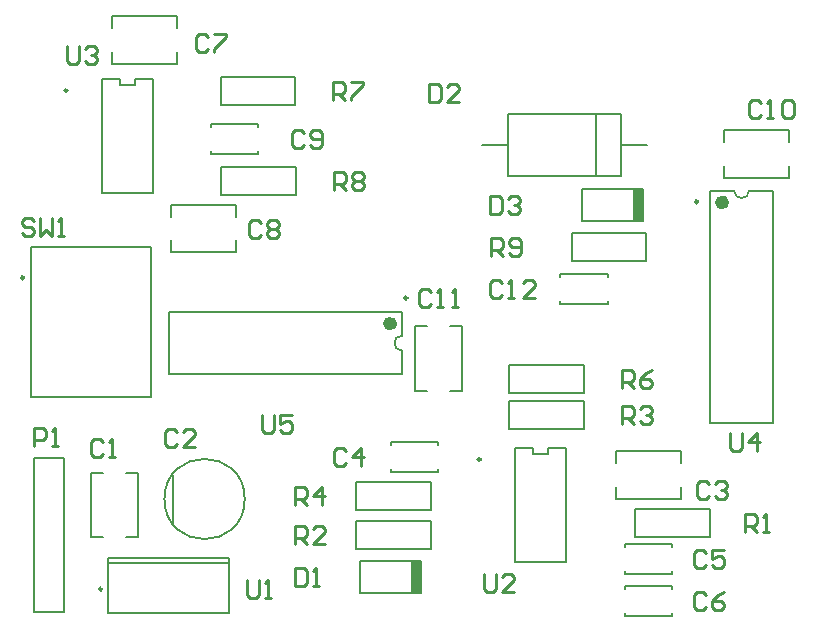
<source format=gto>
G04*
G04 #@! TF.GenerationSoftware,Altium Limited,Altium Designer,21.2.1 (34)*
G04*
G04 Layer_Color=65535*
%FSLAX25Y25*%
%MOIN*%
G70*
G04*
G04 #@! TF.SameCoordinates,3CCBA5C7-3EF3-4D3C-93EB-A50EB93EC52C*
G04*
G04*
G04 #@! TF.FilePolarity,Positive*
G04*
G01*
G75*
%ADD10C,0.02362*%
%ADD11C,0.00984*%
%ADD12C,0.00787*%
%ADD13C,0.00591*%
%ADD14C,0.01000*%
%ADD15R,0.03736X0.10698*%
D10*
X129024Y102496D02*
G03*
X129024Y102496I-1181J0D01*
G01*
X239685Y142842D02*
G03*
X239685Y142842I-1181J0D01*
G01*
D11*
X133610Y111000D02*
G03*
X133610Y111000I-492J0D01*
G01*
X20311Y180197D02*
G03*
X20311Y180197I-492J0D01*
G01*
X5754Y117764D02*
G03*
X5754Y117764I-492J0D01*
G01*
X158020Y57197D02*
G03*
X158020Y57197I-492J0D01*
G01*
X230492Y143118D02*
G03*
X230492Y143118I-492J0D01*
G01*
X31854Y14000D02*
G03*
X31854Y14000I-492J0D01*
G01*
D12*
X131780Y98500D02*
G03*
X131780Y93500I0J-2500D01*
G01*
X242500Y146780D02*
G03*
X247500Y146780I2500J0D01*
G01*
X54220Y85567D02*
Y106433D01*
X131780Y85567D02*
Y93500D01*
Y98500D02*
Y106433D01*
X54220Y85567D02*
X131780D01*
X54220Y106433D02*
X131780D01*
X31728Y183878D02*
X37845D01*
Y181909D02*
Y183878D01*
Y181909D02*
X42738D01*
Y183878D01*
X48854D01*
Y146122D02*
Y183878D01*
X31728Y146122D02*
X48854D01*
X31728D02*
Y183878D01*
X96402Y145276D02*
Y154724D01*
X71598Y145276D02*
X96402D01*
X71598Y154724D02*
X96402D01*
X71598Y145276D02*
Y154724D01*
X68126Y167839D02*
Y168921D01*
Y159079D02*
Y160161D01*
Y159079D02*
X83874D01*
Y167839D02*
Y168921D01*
Y159079D02*
Y160161D01*
X68126Y168921D02*
X83874D01*
X8000Y128000D02*
X48000D01*
X8000Y78000D02*
Y128000D01*
Y78000D02*
X48000D01*
Y128000D01*
X56827Y189126D02*
Y193161D01*
Y200839D02*
Y204874D01*
X35173D02*
X56827D01*
X35173Y189126D02*
Y193161D01*
Y200839D02*
Y204874D01*
Y189126D02*
X56827D01*
X71315Y175276D02*
Y184724D01*
X96118D01*
X71315Y175276D02*
X96118D01*
Y184724D01*
X136126Y80016D02*
X140161D01*
X147839D02*
X151874D01*
Y101669D01*
X136126D02*
X140161D01*
X147839D02*
X151874D01*
X136126Y80016D02*
Y101669D01*
X54937Y137917D02*
Y141953D01*
Y126205D02*
Y130240D01*
Y126205D02*
X76591D01*
Y137917D02*
Y141953D01*
Y126205D02*
Y130240D01*
X54937Y141953D02*
X76591D01*
X167598Y79276D02*
Y88724D01*
X192402D01*
X167598Y79276D02*
X192402D01*
Y88724D01*
X169437Y60878D02*
X175553D01*
Y58909D02*
Y60878D01*
Y58909D02*
X180447D01*
Y60878D01*
X186563D01*
Y23122D02*
Y60878D01*
X169437Y23122D02*
X186563D01*
X169437D02*
Y60878D01*
X128126Y61839D02*
Y62921D01*
Y53079D02*
Y54161D01*
Y53079D02*
X143874D01*
Y61839D02*
Y62921D01*
Y53079D02*
Y54161D01*
X128126Y62921D02*
X143874D01*
X192402Y67276D02*
Y76724D01*
X167598Y67276D02*
X192402D01*
X167598Y76724D02*
X192402D01*
X167598Y67276D02*
Y76724D01*
X206126Y13839D02*
Y14921D01*
Y5079D02*
Y6161D01*
Y5079D02*
X221874D01*
Y13839D02*
Y14921D01*
Y5079D02*
Y6161D01*
X206126Y14921D02*
X221874D01*
X234402Y31276D02*
Y40724D01*
X209598Y31276D02*
X234402D01*
X209598Y40724D02*
X234402D01*
X209598Y31276D02*
Y40724D01*
X206126Y27839D02*
Y28921D01*
Y19079D02*
Y20161D01*
Y19079D02*
X221874D01*
Y27839D02*
Y28921D01*
Y19079D02*
Y20161D01*
X206126Y28921D02*
X221874D01*
X117764Y23354D02*
X138236D01*
X117764Y12646D02*
Y23354D01*
Y12646D02*
X138236D01*
Y23354D01*
X116598Y40276D02*
Y49724D01*
X141402D01*
X116598Y40276D02*
X141402D01*
Y49724D01*
Y27276D02*
Y36724D01*
X116598Y27276D02*
X141402D01*
X116598Y36724D02*
X141402D01*
X116598Y27276D02*
Y36724D01*
X203173Y55839D02*
Y59874D01*
Y44126D02*
Y48161D01*
Y44126D02*
X224827D01*
Y55839D02*
Y59874D01*
Y44126D02*
Y48161D01*
X203173Y59874D02*
X224827D01*
X234567Y69221D02*
X255433D01*
X247500Y146780D02*
X255433D01*
X234567D02*
X242500D01*
X255433Y69221D02*
Y146780D01*
X234567Y69221D02*
Y146780D01*
X33921Y22504D02*
X74079D01*
X33921Y24472D02*
X74079D01*
X33921Y5968D02*
X74079D01*
Y24472D01*
X33921Y5968D02*
Y24472D01*
X191764Y147354D02*
X212236D01*
X191764Y136646D02*
Y147354D01*
Y136646D02*
X212236D01*
Y147354D01*
X213183Y123276D02*
Y132724D01*
X188380Y123276D02*
X213183D01*
X188380Y132724D02*
X213183D01*
X188380Y123276D02*
Y132724D01*
X200372Y109079D02*
Y110161D01*
Y117839D02*
Y118921D01*
X184624D02*
X200372D01*
X184624Y109079D02*
Y110161D01*
Y117839D02*
Y118921D01*
Y109079D02*
X200372D01*
X260827Y151126D02*
Y155161D01*
Y162839D02*
Y166874D01*
X239173D02*
X260827D01*
X239173Y151126D02*
Y155161D01*
Y162839D02*
Y166874D01*
Y151126D02*
X260827D01*
X55567Y36126D02*
Y51874D01*
X28126Y31173D02*
X32161D01*
X39839D02*
X43874D01*
Y52827D01*
X28126D02*
X32161D01*
X39839D02*
X43874D01*
X28126Y31173D02*
Y52827D01*
X196630Y152157D02*
Y171843D01*
X158441Y162000D02*
X167299D01*
X204701D02*
X213559D01*
X204701Y151567D02*
Y172433D01*
X167299D02*
X204701D01*
X167299Y151567D02*
Y172433D01*
Y151567D02*
X204701D01*
X9000Y57748D02*
X19000D01*
Y6252D02*
Y57748D01*
X9000Y6252D02*
X19000D01*
X9000D02*
Y57748D01*
D13*
X79386Y44000D02*
G03*
X79386Y44000I-13386J0D01*
G01*
D14*
X85002Y71999D02*
Y67001D01*
X86001Y66001D01*
X88001D01*
X89000Y67001D01*
Y71999D01*
X94998D02*
X91000D01*
Y69000D01*
X92999Y70000D01*
X93999D01*
X94998Y69000D01*
Y67001D01*
X93999Y66001D01*
X91999D01*
X91000Y67001D01*
X20002Y194999D02*
Y190001D01*
X21001Y189001D01*
X23001D01*
X24000Y190001D01*
Y194999D01*
X26000Y193999D02*
X26999Y194999D01*
X28999D01*
X29998Y193999D01*
Y193000D01*
X28999Y192000D01*
X27999D01*
X28999D01*
X29998Y191000D01*
Y190001D01*
X28999Y189001D01*
X26999D01*
X26000Y190001D01*
X109002Y147001D02*
Y152999D01*
X112001D01*
X113000Y151999D01*
Y150000D01*
X112001Y149000D01*
X109002D01*
X111001D02*
X113000Y147001D01*
X115000Y151999D02*
X115999Y152999D01*
X117999D01*
X118998Y151999D01*
Y151000D01*
X117999Y150000D01*
X118998Y149000D01*
Y148001D01*
X117999Y147001D01*
X115999D01*
X115000Y148001D01*
Y149000D01*
X115999Y150000D01*
X115000Y151000D01*
Y151999D01*
X115999Y150000D02*
X117999D01*
X99000Y165999D02*
X98001Y166999D01*
X96001D01*
X95002Y165999D01*
Y162001D01*
X96001Y161001D01*
X98001D01*
X99000Y162001D01*
X101000D02*
X101999Y161001D01*
X103999D01*
X104998Y162001D01*
Y165999D01*
X103999Y166999D01*
X101999D01*
X101000Y165999D01*
Y165000D01*
X101999Y164000D01*
X104998D01*
X9299Y136798D02*
X8299Y137798D01*
X6300D01*
X5300Y136798D01*
Y135799D01*
X6300Y134799D01*
X8299D01*
X9299Y133799D01*
Y132800D01*
X8299Y131800D01*
X6300D01*
X5300Y132800D01*
X11298Y137798D02*
Y131800D01*
X13297Y133799D01*
X15297Y131800D01*
Y137798D01*
X17296Y131800D02*
X19296D01*
X18296D01*
Y137798D01*
X17296Y136798D01*
X67000Y197999D02*
X66001Y198999D01*
X64001D01*
X63002Y197999D01*
Y194001D01*
X64001Y193001D01*
X66001D01*
X67000Y194001D01*
X69000Y198999D02*
X72998D01*
Y197999D01*
X69000Y194001D01*
Y193001D01*
X108718Y177001D02*
Y182999D01*
X111717D01*
X112717Y181999D01*
Y180000D01*
X111717Y179000D01*
X108718D01*
X110717D02*
X112717Y177001D01*
X114716Y182999D02*
X118715D01*
Y181999D01*
X114716Y178001D01*
Y177001D01*
X141501Y112999D02*
X140501Y113999D01*
X138502D01*
X137502Y112999D01*
Y109001D01*
X138502Y108001D01*
X140501D01*
X141501Y109001D01*
X143500Y108001D02*
X145500D01*
X144500D01*
Y113999D01*
X143500Y112999D01*
X148499Y108001D02*
X150498D01*
X149498D01*
Y113999D01*
X148499Y112999D01*
X84764Y136078D02*
X83764Y137078D01*
X81765D01*
X80765Y136078D01*
Y132079D01*
X81765Y131080D01*
X83764D01*
X84764Y132079D01*
X86764Y136078D02*
X87763Y137078D01*
X89763D01*
X90762Y136078D01*
Y135078D01*
X89763Y134079D01*
X90762Y133079D01*
Y132079D01*
X89763Y131080D01*
X87763D01*
X86764Y132079D01*
Y133079D01*
X87763Y134079D01*
X86764Y135078D01*
Y136078D01*
X87763Y134079D02*
X89763D01*
X205002Y81001D02*
Y86999D01*
X208001D01*
X209000Y85999D01*
Y84000D01*
X208001Y83000D01*
X205002D01*
X207001D02*
X209000Y81001D01*
X214998Y86999D02*
X212999Y85999D01*
X211000Y84000D01*
Y82001D01*
X211999Y81001D01*
X213999D01*
X214998Y82001D01*
Y83000D01*
X213999Y84000D01*
X211000D01*
X159002Y18999D02*
Y14001D01*
X160001Y13001D01*
X162001D01*
X163000Y14001D01*
Y18999D01*
X168998Y13001D02*
X165000D01*
X168998Y17000D01*
Y17999D01*
X167999Y18999D01*
X165999D01*
X165000Y17999D01*
X113000Y59999D02*
X112001Y60999D01*
X110001D01*
X109002Y59999D01*
Y56001D01*
X110001Y55001D01*
X112001D01*
X113000Y56001D01*
X117999Y55001D02*
Y60999D01*
X115000Y58000D01*
X118998D01*
X205002Y69001D02*
Y74999D01*
X208001D01*
X209000Y73999D01*
Y72000D01*
X208001Y71000D01*
X205002D01*
X207001D02*
X209000Y69001D01*
X211000Y73999D02*
X211999Y74999D01*
X213999D01*
X214998Y73999D01*
Y73000D01*
X213999Y72000D01*
X212999D01*
X213999D01*
X214998Y71000D01*
Y70001D01*
X213999Y69001D01*
X211999D01*
X211000Y70001D01*
X233000Y11999D02*
X232001Y12999D01*
X230001D01*
X229002Y11999D01*
Y8001D01*
X230001Y7001D01*
X232001D01*
X233000Y8001D01*
X238998Y12999D02*
X236999Y11999D01*
X235000Y10000D01*
Y8001D01*
X235999Y7001D01*
X237999D01*
X238998Y8001D01*
Y9000D01*
X237999Y10000D01*
X235000D01*
X246001Y33001D02*
Y38999D01*
X249000D01*
X250000Y37999D01*
Y36000D01*
X249000Y35000D01*
X246001D01*
X248001D02*
X250000Y33001D01*
X251999D02*
X253999D01*
X252999D01*
Y38999D01*
X251999Y37999D01*
X233000Y25999D02*
X232001Y26999D01*
X230001D01*
X229002Y25999D01*
Y22001D01*
X230001Y21001D01*
X232001D01*
X233000Y22001D01*
X238998Y26999D02*
X235000D01*
Y24000D01*
X236999Y25000D01*
X237999D01*
X238998Y24000D01*
Y22001D01*
X237999Y21001D01*
X235999D01*
X235000Y22001D01*
X96001Y20999D02*
Y15001D01*
X99000D01*
X100000Y16001D01*
Y19999D01*
X99000Y20999D01*
X96001D01*
X101999Y15001D02*
X103999D01*
X102999D01*
Y20999D01*
X101999Y19999D01*
X96002Y42001D02*
Y47999D01*
X99001D01*
X100000Y46999D01*
Y45000D01*
X99001Y44000D01*
X96002D01*
X98001D02*
X100000Y42001D01*
X104999D02*
Y47999D01*
X102000Y45000D01*
X105998D01*
X96002Y29001D02*
Y34999D01*
X99001D01*
X100000Y33999D01*
Y32000D01*
X99001Y31000D01*
X96002D01*
X98001D02*
X100000Y29001D01*
X105998D02*
X102000D01*
X105998Y33000D01*
Y33999D01*
X104999Y34999D01*
X102999D01*
X102000Y33999D01*
X234000Y48999D02*
X233001Y49999D01*
X231001D01*
X230002Y48999D01*
Y45001D01*
X231001Y44001D01*
X233001D01*
X234000Y45001D01*
X236000Y48999D02*
X236999Y49999D01*
X238999D01*
X239998Y48999D01*
Y48000D01*
X238999Y47000D01*
X237999D01*
X238999D01*
X239998Y46000D01*
Y45001D01*
X238999Y44001D01*
X236999D01*
X236000Y45001D01*
X241002Y65999D02*
Y61001D01*
X242001Y60001D01*
X244001D01*
X245000Y61001D01*
Y65999D01*
X249999Y60001D02*
Y65999D01*
X247000Y63000D01*
X250998D01*
X80001Y16999D02*
Y12001D01*
X81001Y11001D01*
X83000D01*
X84000Y12001D01*
Y16999D01*
X85999Y11001D02*
X87999D01*
X86999D01*
Y16999D01*
X85999Y15999D01*
X161002Y144999D02*
Y139001D01*
X164001D01*
X165000Y140001D01*
Y143999D01*
X164001Y144999D01*
X161002D01*
X167000Y143999D02*
X167999Y144999D01*
X169999D01*
X170998Y143999D01*
Y143000D01*
X169999Y142000D01*
X168999D01*
X169999D01*
X170998Y141000D01*
Y140001D01*
X169999Y139001D01*
X167999D01*
X167000Y140001D01*
X161499Y125001D02*
Y130999D01*
X164498D01*
X165498Y129999D01*
Y128000D01*
X164498Y127000D01*
X161499D01*
X163498D02*
X165498Y125001D01*
X167497Y126001D02*
X168497Y125001D01*
X170496D01*
X171496Y126001D01*
Y129999D01*
X170496Y130999D01*
X168497D01*
X167497Y129999D01*
Y129000D01*
X168497Y128000D01*
X171496D01*
X164999Y115999D02*
X163999Y116999D01*
X162000D01*
X161000Y115999D01*
Y112001D01*
X162000Y111001D01*
X163999D01*
X164999Y112001D01*
X166998Y111001D02*
X168997D01*
X167998D01*
Y116999D01*
X166998Y115999D01*
X175995Y111001D02*
X171996D01*
X175995Y115000D01*
Y115999D01*
X174996Y116999D01*
X172996D01*
X171996Y115999D01*
X251501Y175999D02*
X250501Y176999D01*
X248502D01*
X247502Y175999D01*
Y172001D01*
X248502Y171001D01*
X250501D01*
X251501Y172001D01*
X253501Y171001D02*
X255500D01*
X254500D01*
Y176999D01*
X253501Y175999D01*
X258499D02*
X259499Y176999D01*
X261498D01*
X262498Y175999D01*
Y172001D01*
X261498Y171001D01*
X259499D01*
X258499Y172001D01*
Y175999D01*
X56799Y66198D02*
X55799Y67198D01*
X53800D01*
X52800Y66198D01*
Y62200D01*
X53800Y61200D01*
X55799D01*
X56799Y62200D01*
X62797Y61200D02*
X58798D01*
X62797Y65199D01*
Y66198D01*
X61797Y67198D01*
X59798D01*
X58798Y66198D01*
X32299Y62998D02*
X31299Y63998D01*
X29300D01*
X28300Y62998D01*
Y59000D01*
X29300Y58000D01*
X31299D01*
X32299Y59000D01*
X34298Y58000D02*
X36297D01*
X35298D01*
Y63998D01*
X34298Y62998D01*
X140700Y182198D02*
Y176200D01*
X143699D01*
X144699Y177200D01*
Y181198D01*
X143699Y182198D01*
X140700D01*
X150697Y176200D02*
X146698D01*
X150697Y180199D01*
Y181198D01*
X149697Y182198D01*
X147698D01*
X146698Y181198D01*
X9000Y61700D02*
Y67698D01*
X11999D01*
X12999Y66698D01*
Y64699D01*
X11999Y63699D01*
X9000D01*
X14998Y61700D02*
X16997D01*
X15998D01*
Y67698D01*
X14998Y66698D01*
D15*
X136368Y18005D02*
D03*
X210368Y142005D02*
D03*
M02*

</source>
